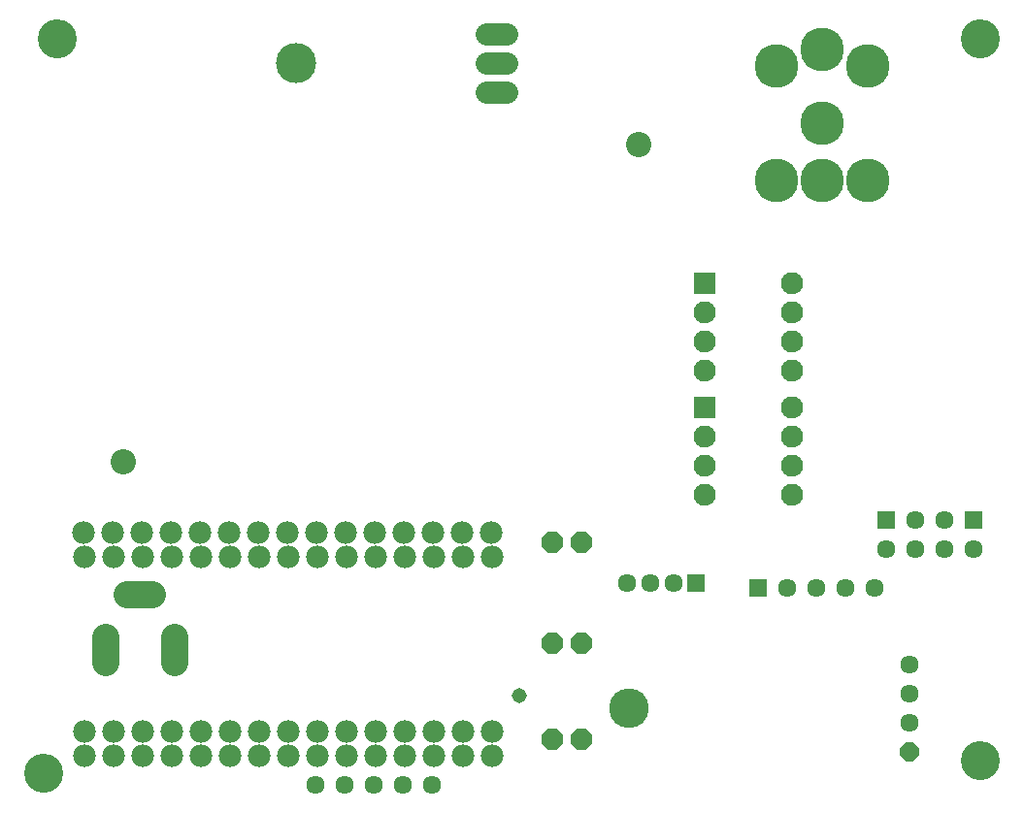
<source format=gts>
G75*
%MOIN*%
%OFA0B0*%
%FSLAX25Y25*%
%IPPOS*%
%LPD*%
%AMOC8*
5,1,8,0,0,1.08239X$1,22.5*
%
%ADD10C,0.13398*%
%ADD11C,0.15036*%
%ADD12R,0.07600X0.07600*%
%ADD13C,0.07600*%
%ADD14C,0.07600*%
%ADD15C,0.13800*%
%ADD16C,0.07800*%
%ADD17OC8,0.06350*%
%ADD18C,0.06350*%
%ADD19C,0.13595*%
%ADD20C,0.09400*%
%ADD21R,0.06350X0.06350*%
%ADD22C,0.08674*%
%ADD23OC8,0.07400*%
%ADD24C,0.05162*%
D10*
X0013657Y0013787D03*
X0018157Y0266319D03*
X0335087Y0266319D03*
X0335087Y0018287D03*
D11*
X0296720Y0217618D03*
X0280972Y0217618D03*
X0265224Y0217618D03*
X0280972Y0237303D03*
X0265224Y0256988D03*
X0280972Y0262500D03*
X0296720Y0256988D03*
D12*
X0240520Y0182283D03*
X0240520Y0139429D03*
D13*
X0240520Y0129429D03*
X0240520Y0119429D03*
X0240520Y0109429D03*
X0270520Y0109429D03*
X0270520Y0119429D03*
X0270520Y0129429D03*
X0270520Y0139429D03*
X0270520Y0152283D03*
X0270520Y0162283D03*
X0270520Y0172283D03*
X0270520Y0182283D03*
X0240520Y0172283D03*
X0240520Y0162283D03*
X0240520Y0152283D03*
D14*
X0172542Y0247953D02*
X0165742Y0247953D01*
X0165742Y0257953D02*
X0172542Y0257953D01*
X0172542Y0267953D02*
X0165742Y0267953D01*
D15*
X0100142Y0257953D03*
D16*
X0097181Y0096634D03*
X0097437Y0088209D03*
X0087437Y0088209D03*
X0087181Y0096634D03*
X0077181Y0096634D03*
X0077437Y0088209D03*
X0067437Y0088209D03*
X0067181Y0096634D03*
X0057181Y0096634D03*
X0057437Y0088209D03*
X0047437Y0088209D03*
X0047181Y0096634D03*
X0037181Y0096634D03*
X0037437Y0088209D03*
X0027437Y0088209D03*
X0027181Y0096634D03*
X0107181Y0096634D03*
X0107437Y0088209D03*
X0117437Y0088209D03*
X0117181Y0096634D03*
X0127181Y0096634D03*
X0127437Y0088209D03*
X0137437Y0088209D03*
X0137181Y0096634D03*
X0147181Y0096634D03*
X0157181Y0096634D03*
X0157437Y0088209D03*
X0167437Y0088209D03*
X0167181Y0096634D03*
X0147437Y0088209D03*
X0147437Y0028209D03*
X0147575Y0019724D03*
X0157575Y0019724D03*
X0167575Y0019724D03*
X0167437Y0028209D03*
X0157437Y0028209D03*
X0137437Y0028209D03*
X0137575Y0019724D03*
X0127575Y0019724D03*
X0127437Y0028209D03*
X0117437Y0028209D03*
X0117575Y0019724D03*
X0107575Y0019724D03*
X0107437Y0028209D03*
X0097437Y0028209D03*
X0087437Y0028209D03*
X0087575Y0019724D03*
X0097575Y0019724D03*
X0077575Y0019724D03*
X0077437Y0028209D03*
X0067437Y0028209D03*
X0067575Y0019724D03*
X0057575Y0019724D03*
X0057437Y0028209D03*
X0047437Y0028209D03*
X0047575Y0019724D03*
X0037575Y0019724D03*
X0037437Y0028209D03*
X0027437Y0028209D03*
X0027575Y0019724D03*
D17*
X0310972Y0021004D03*
D18*
X0310972Y0031004D03*
X0310972Y0041004D03*
X0310972Y0051004D03*
X0298925Y0077421D03*
X0288925Y0077421D03*
X0278925Y0077421D03*
X0268925Y0077421D03*
X0302819Y0090813D03*
X0312819Y0090813D03*
X0322819Y0090813D03*
X0332819Y0090813D03*
X0322819Y0100813D03*
X0312819Y0100813D03*
X0229772Y0079311D03*
X0221898Y0079311D03*
X0214024Y0079311D03*
X0147035Y0010000D03*
X0137035Y0010000D03*
X0127035Y0010000D03*
X0117035Y0010000D03*
X0107035Y0010000D03*
D19*
X0214516Y0036004D03*
D20*
X0058512Y0051881D02*
X0058512Y0060481D01*
X0051001Y0075079D02*
X0042401Y0075079D01*
X0034890Y0060481D02*
X0034890Y0051881D01*
D21*
X0237646Y0079311D03*
X0258925Y0077421D03*
X0302819Y0100813D03*
X0332819Y0100813D03*
D22*
X0217961Y0229902D03*
X0040795Y0120846D03*
D23*
X0188378Y0093008D03*
X0198378Y0093008D03*
X0198378Y0058508D03*
X0188378Y0058508D03*
X0188378Y0025508D03*
X0198378Y0025508D03*
D24*
X0176878Y0040508D03*
M02*

</source>
